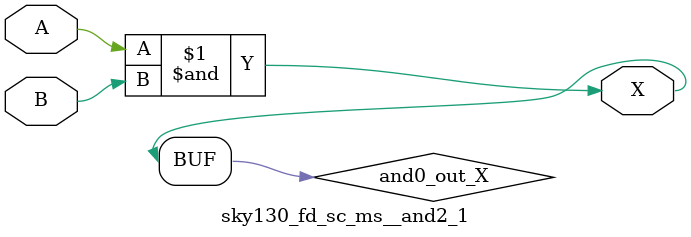
<source format=v>
/*
 * Copyright 2020 The SkyWater PDK Authors
 *
 * Licensed under the Apache License, Version 2.0 (the "License");
 * you may not use this file except in compliance with the License.
 * You may obtain a copy of the License at
 *
 *     https://www.apache.org/licenses/LICENSE-2.0
 *
 * Unless required by applicable law or agreed to in writing, software
 * distributed under the License is distributed on an "AS IS" BASIS,
 * WITHOUT WARRANTIES OR CONDITIONS OF ANY KIND, either express or implied.
 * See the License for the specific language governing permissions and
 * limitations under the License.
 *
 * SPDX-License-Identifier: Apache-2.0
*/


`ifndef SKY130_FD_SC_MS__AND2_1_FUNCTIONAL_V
`define SKY130_FD_SC_MS__AND2_1_FUNCTIONAL_V

/**
 * and2: 2-input AND.
 *
 * Verilog simulation functional model.
 */

`timescale 1ns / 1ps
`default_nettype none

`celldefine
module sky130_fd_sc_ms__and2_1 (
    X,
    A,
    B
);

    // Module ports
    output X;
    input  A;
    input  B;

    // Local signals
    wire and0_out_X;

    //  Name  Output      Other arguments
    and and0 (and0_out_X, A, B           );
    buf buf0 (X         , and0_out_X     );

endmodule
`endcelldefine

`default_nettype wire
`endif  // SKY130_FD_SC_MS__AND2_1_FUNCTIONAL_V

</source>
